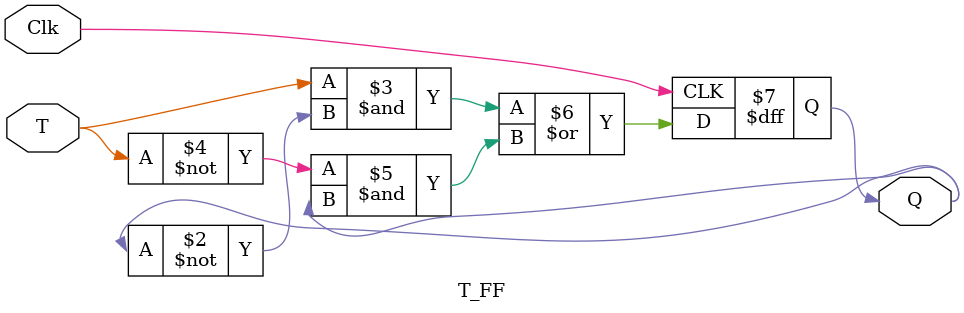
<source format=v>
`timescale 1ns / 1ps

module D_FF(
    input  Clk,
    input  D,
    output reg Q
    );

always @(posedge Clk) begin
    Q <= D;
end
endmodule

module Latch(
    input din,
    input en,
    output reg dout
    );

always @(din or en)
    if(en) 
        dout <= din;
endmodule

module JK_FF(
    input wire Clk,
    input wire J,
    input wire K,
    output reg Q
    );

// 公式
always @(posedge Clk) begin
    Q <= (J & (~Q)) | ((~K) & Q);
end

// 查找表
//    always @(posedge Clk)
//        case({J, K})
//           2'b00: Q <= Q;
//           2'b01: Q <= 0;
//           2'b10: Q <= 1;
//           2'b11: Q <= ~Q;
//       endcase
endmodule

module T_FF(
    input wire Clk,
    input wire T,
    output reg Q
    );

// 公式
always @(posedge Clk) begin
    Q <= (T & (~Q)) | ((~T) & Q);
end
    
// 查找表
//  always @(posedge Clk)
//      if(t)
//          Q <= ~Q;
//      else
//          Q <=  Q;
endmodule
</source>
